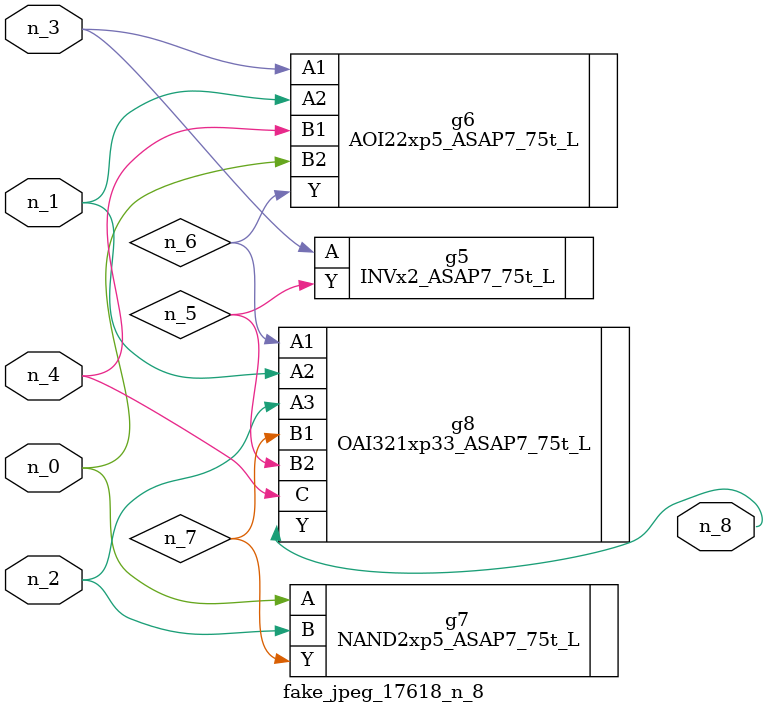
<source format=v>
module fake_jpeg_17618_n_8 (n_3, n_2, n_1, n_0, n_4, n_8);

input n_3;
input n_2;
input n_1;
input n_0;
input n_4;

output n_8;

wire n_6;
wire n_5;
wire n_7;

INVx2_ASAP7_75t_L g5 ( 
.A(n_3),
.Y(n_5)
);

AOI22xp5_ASAP7_75t_L g6 ( 
.A1(n_3),
.A2(n_1),
.B1(n_4),
.B2(n_0),
.Y(n_6)
);

NAND2xp5_ASAP7_75t_L g7 ( 
.A(n_0),
.B(n_2),
.Y(n_7)
);

OAI321xp33_ASAP7_75t_L g8 ( 
.A1(n_6),
.A2(n_1),
.A3(n_2),
.B1(n_7),
.B2(n_5),
.C(n_4),
.Y(n_8)
);


endmodule
</source>
